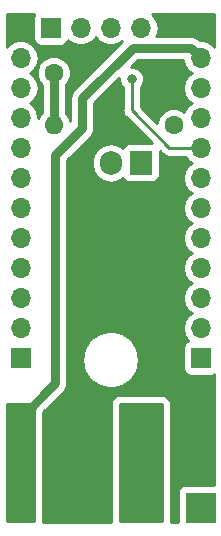
<source format=gbl>
G04 #@! TF.GenerationSoftware,KiCad,Pcbnew,(5.0.0)*
G04 #@! TF.CreationDate,2018-09-15T20:19:59-04:00*
G04 #@! TF.ProjectId,MotorPod Mini,4D6F746F72506F64204D696E692E6B69,rev?*
G04 #@! TF.SameCoordinates,Original*
G04 #@! TF.FileFunction,Copper,L2,Bot,Signal*
G04 #@! TF.FilePolarity,Positive*
%FSLAX46Y46*%
G04 Gerber Fmt 4.6, Leading zero omitted, Abs format (unit mm)*
G04 Created by KiCad (PCBNEW (5.0.0)) date 09/15/18 20:19:59*
%MOMM*%
%LPD*%
G01*
G04 APERTURE LIST*
G04 #@! TA.AperFunction,ComponentPad*
%ADD10R,2.200000X2.200000*%
G04 #@! TD*
G04 #@! TA.AperFunction,ComponentPad*
%ADD11O,2.200000X2.200000*%
G04 #@! TD*
G04 #@! TA.AperFunction,ComponentPad*
%ADD12R,1.700000X1.700000*%
G04 #@! TD*
G04 #@! TA.AperFunction,ComponentPad*
%ADD13O,1.700000X1.700000*%
G04 #@! TD*
G04 #@! TA.AperFunction,ComponentPad*
%ADD14R,2.600000X2.600000*%
G04 #@! TD*
G04 #@! TA.AperFunction,ComponentPad*
%ADD15C,2.600000*%
G04 #@! TD*
G04 #@! TA.AperFunction,ComponentPad*
%ADD16R,1.905000X2.000000*%
G04 #@! TD*
G04 #@! TA.AperFunction,ComponentPad*
%ADD17O,1.905000X2.000000*%
G04 #@! TD*
G04 #@! TA.AperFunction,ComponentPad*
%ADD18O,1.600000X1.600000*%
G04 #@! TD*
G04 #@! TA.AperFunction,ComponentPad*
%ADD19C,1.600000*%
G04 #@! TD*
G04 #@! TA.AperFunction,ViaPad*
%ADD20C,0.800000*%
G04 #@! TD*
G04 #@! TA.AperFunction,Conductor*
%ADD21C,0.762000*%
G04 #@! TD*
G04 #@! TA.AperFunction,Conductor*
%ADD22C,0.254000*%
G04 #@! TD*
G04 APERTURE END LIST*
D10*
G04 #@! TO.P,D1,1*
G04 #@! TO.N,+BATT*
X187960000Y-81280000D03*
D11*
G04 #@! TO.P,D1,2*
G04 #@! TO.N,/MOTOR_P*
X198120000Y-81280000D03*
G04 #@! TD*
D12*
G04 #@! TO.P,J2,1*
G04 #@! TO.N,Net-(J2-Pad1)*
X203200000Y-76200000D03*
D13*
G04 #@! TO.P,J2,2*
G04 #@! TO.N,Net-(J2-Pad2)*
X203200000Y-73660000D03*
G04 #@! TO.P,J2,3*
G04 #@! TO.N,Net-(J2-Pad3)*
X203200000Y-71120000D03*
G04 #@! TO.P,J2,4*
G04 #@! TO.N,Net-(J2-Pad4)*
X203200000Y-68580000D03*
G04 #@! TO.P,J2,5*
G04 #@! TO.N,Net-(J2-Pad5)*
X203200000Y-66040000D03*
G04 #@! TO.P,J2,6*
G04 #@! TO.N,Net-(J2-Pad6)*
X203200000Y-63500000D03*
G04 #@! TO.P,J2,7*
G04 #@! TO.N,/TRIG*
X203200000Y-60960000D03*
G04 #@! TO.P,J2,8*
G04 #@! TO.N,/TX*
X203200000Y-58420000D03*
G04 #@! TO.P,J2,9*
G04 #@! TO.N,/RX*
X203200000Y-55880000D03*
G04 #@! TO.P,J2,10*
G04 #@! TO.N,Net-(J2-Pad10)*
X203200000Y-53340000D03*
G04 #@! TO.P,J2,11*
G04 #@! TO.N,+BATT*
X203200000Y-50800000D03*
G04 #@! TO.P,J2,12*
G04 #@! TO.N,Earth*
X203200000Y-48260000D03*
G04 #@! TD*
G04 #@! TO.P,J3,12*
G04 #@! TO.N,Earth*
X187960000Y-48260000D03*
G04 #@! TO.P,J3,11*
G04 #@! TO.N,+3V3*
X187960000Y-50800000D03*
G04 #@! TO.P,J3,10*
G04 #@! TO.N,Net-(J3-Pad10)*
X187960000Y-53340000D03*
G04 #@! TO.P,J3,9*
G04 #@! TO.N,Net-(J3-Pad9)*
X187960000Y-55880000D03*
G04 #@! TO.P,J3,8*
G04 #@! TO.N,Net-(J3-Pad8)*
X187960000Y-58420000D03*
G04 #@! TO.P,J3,7*
G04 #@! TO.N,Net-(J3-Pad7)*
X187960000Y-60960000D03*
G04 #@! TO.P,J3,6*
G04 #@! TO.N,Net-(J3-Pad6)*
X187960000Y-63500000D03*
G04 #@! TO.P,J3,5*
G04 #@! TO.N,Net-(J3-Pad5)*
X187960000Y-66040000D03*
G04 #@! TO.P,J3,4*
G04 #@! TO.N,Net-(J3-Pad4)*
X187960000Y-68580000D03*
G04 #@! TO.P,J3,3*
G04 #@! TO.N,/MOTOR_PWM*
X187960000Y-71120000D03*
G04 #@! TO.P,J3,2*
G04 #@! TO.N,Net-(J3-Pad2)*
X187960000Y-73660000D03*
D12*
G04 #@! TO.P,J3,1*
G04 #@! TO.N,Net-(J3-Pad1)*
X187960000Y-76200000D03*
G04 #@! TD*
D14*
G04 #@! TO.P,J1,1*
G04 #@! TO.N,/MOTOR_N*
X203200000Y-88900000D03*
D15*
G04 #@! TO.P,J1,2*
G04 #@! TO.N,/MOTOR_P*
X198120000Y-88900000D03*
G04 #@! TO.P,J1,3*
G04 #@! TO.N,Earth*
X193040000Y-88900000D03*
G04 #@! TO.P,J1,4*
G04 #@! TO.N,+BATT*
X187960000Y-88900000D03*
G04 #@! TD*
D16*
G04 #@! TO.P,Q1,1*
G04 #@! TO.N,Net-(Q1-Pad1)*
X198120000Y-59690000D03*
D17*
G04 #@! TO.P,Q1,2*
G04 #@! TO.N,/MOTOR_N*
X195580000Y-59690000D03*
G04 #@! TO.P,Q1,3*
G04 #@! TO.N,Earth*
X193040000Y-59690000D03*
G04 #@! TD*
D18*
G04 #@! TO.P,R1,2*
G04 #@! TO.N,Earth*
X200914000Y-52070000D03*
D19*
G04 #@! TO.P,R1,1*
G04 #@! TO.N,Net-(Q1-Pad1)*
X190754000Y-52070000D03*
G04 #@! TD*
G04 #@! TO.P,R2,1*
G04 #@! TO.N,/MOTOR_PWM*
X200914000Y-56515000D03*
D18*
G04 #@! TO.P,R2,2*
G04 #@! TO.N,Net-(Q1-Pad1)*
X190754000Y-56515000D03*
G04 #@! TD*
D12*
G04 #@! TO.P,J4,1*
G04 #@! TO.N,+3V3*
X190500000Y-48260000D03*
D13*
G04 #@! TO.P,J4,2*
G04 #@! TO.N,/MOTOR_PWM*
X193040000Y-48260000D03*
G04 #@! TO.P,J4,3*
G04 #@! TO.N,/TX*
X195580000Y-48260000D03*
G04 #@! TO.P,J4,4*
G04 #@! TO.N,/RX*
X198120000Y-48260000D03*
G04 #@! TO.P,J4,5*
G04 #@! TO.N,Earth*
X200660000Y-48260000D03*
G04 #@! TD*
D20*
G04 #@! TO.N,Earth*
X194945000Y-54610000D03*
X199390000Y-51435000D03*
X198755000Y-55245000D03*
X192314990Y-50784814D03*
G04 #@! TO.N,/TX*
X197358000Y-52578000D03*
G04 #@! TD*
D21*
G04 #@! TO.N,+BATT*
X190881000Y-78359000D02*
X187960000Y-81280000D01*
X197445999Y-49950001D02*
X193167000Y-54229000D01*
X193167000Y-54229000D02*
X193167000Y-56769000D01*
X193167000Y-56769000D02*
X190881000Y-59055000D01*
X190881000Y-59055000D02*
X190881000Y-78359000D01*
X202350001Y-49950001D02*
X203200000Y-50800000D01*
X197445999Y-49950001D02*
X202350001Y-49950001D01*
D22*
G04 #@! TO.N,Net-(Q1-Pad1)*
X190754000Y-52324000D02*
X190754000Y-55499000D01*
D21*
X190754000Y-56515000D02*
X190754000Y-52070000D01*
D22*
G04 #@! TO.N,/TX*
X203200000Y-58420000D02*
X200533000Y-58420000D01*
X200533000Y-58420000D02*
X197358000Y-55245000D01*
X197358000Y-55245000D02*
X197358000Y-52578000D01*
G04 #@! TD*
G04 #@! TO.N,/MOTOR_P*
G36*
X199898000Y-90043000D02*
X196342000Y-90043000D01*
X196342000Y-80137000D01*
X199898000Y-80137000D01*
X199898000Y-90043000D01*
X199898000Y-90043000D01*
G37*
X199898000Y-90043000D02*
X196342000Y-90043000D01*
X196342000Y-80137000D01*
X199898000Y-80137000D01*
X199898000Y-90043000D01*
G04 #@! TO.N,+BATT*
G36*
X189103000Y-90043000D02*
X186790000Y-90043000D01*
X186790000Y-80137000D01*
X189103000Y-80137000D01*
X189103000Y-90043000D01*
X189103000Y-90043000D01*
G37*
X189103000Y-90043000D02*
X186790000Y-90043000D01*
X186790000Y-80137000D01*
X189103000Y-80137000D01*
X189103000Y-90043000D01*
G04 #@! TO.N,Earth*
G36*
X196323000Y-52783874D02*
X196480569Y-53164280D01*
X196596001Y-53279712D01*
X196596000Y-55169957D01*
X196581073Y-55245000D01*
X196596000Y-55320043D01*
X196596000Y-55320047D01*
X196640212Y-55542316D01*
X196808629Y-55794371D01*
X196872253Y-55836883D01*
X199079277Y-58043908D01*
X199072500Y-58042560D01*
X197167500Y-58042560D01*
X196919735Y-58091843D01*
X196709691Y-58232191D01*
X196591491Y-58409088D01*
X196199411Y-58147109D01*
X195580000Y-58023900D01*
X194960590Y-58147109D01*
X194435477Y-58497977D01*
X194084609Y-59023089D01*
X193992500Y-59486150D01*
X193992500Y-59893849D01*
X194084609Y-60356910D01*
X194435477Y-60882023D01*
X194960589Y-61232891D01*
X195580000Y-61356100D01*
X196199410Y-61232891D01*
X196591491Y-60970912D01*
X196709691Y-61147809D01*
X196919735Y-61288157D01*
X197167500Y-61337440D01*
X199072500Y-61337440D01*
X199320265Y-61288157D01*
X199530309Y-61147809D01*
X199670657Y-60937765D01*
X199719940Y-60690000D01*
X199719940Y-58690000D01*
X199718592Y-58683223D01*
X199941118Y-58905749D01*
X199983629Y-58969371D01*
X200235683Y-59137788D01*
X200457952Y-59182000D01*
X200457956Y-59182000D01*
X200532999Y-59196927D01*
X200608042Y-59182000D01*
X201923158Y-59182000D01*
X202129375Y-59490625D01*
X202427761Y-59690000D01*
X202129375Y-59889375D01*
X201801161Y-60380582D01*
X201685908Y-60960000D01*
X201801161Y-61539418D01*
X202129375Y-62030625D01*
X202427761Y-62230000D01*
X202129375Y-62429375D01*
X201801161Y-62920582D01*
X201685908Y-63500000D01*
X201801161Y-64079418D01*
X202129375Y-64570625D01*
X202427761Y-64770000D01*
X202129375Y-64969375D01*
X201801161Y-65460582D01*
X201685908Y-66040000D01*
X201801161Y-66619418D01*
X202129375Y-67110625D01*
X202427761Y-67310000D01*
X202129375Y-67509375D01*
X201801161Y-68000582D01*
X201685908Y-68580000D01*
X201801161Y-69159418D01*
X202129375Y-69650625D01*
X202427761Y-69850000D01*
X202129375Y-70049375D01*
X201801161Y-70540582D01*
X201685908Y-71120000D01*
X201801161Y-71699418D01*
X202129375Y-72190625D01*
X202427761Y-72390000D01*
X202129375Y-72589375D01*
X201801161Y-73080582D01*
X201685908Y-73660000D01*
X201801161Y-74239418D01*
X202129375Y-74730625D01*
X202147619Y-74742816D01*
X202102235Y-74751843D01*
X201892191Y-74892191D01*
X201751843Y-75102235D01*
X201702560Y-75350000D01*
X201702560Y-77050000D01*
X201751843Y-77297765D01*
X201892191Y-77507809D01*
X202102235Y-77648157D01*
X202350000Y-77697440D01*
X204050000Y-77697440D01*
X204297765Y-77648157D01*
X204370001Y-77599890D01*
X204370001Y-86952560D01*
X201900000Y-86952560D01*
X201652235Y-87001843D01*
X201442191Y-87142191D01*
X201301843Y-87352235D01*
X201252560Y-87600000D01*
X201252560Y-90070000D01*
X200660000Y-90070000D01*
X200660000Y-80010000D01*
X200611664Y-79766996D01*
X200474013Y-79560987D01*
X200268004Y-79423336D01*
X200025000Y-79375000D01*
X196215000Y-79375000D01*
X195971996Y-79423336D01*
X195765987Y-79560987D01*
X195628336Y-79766996D01*
X195580000Y-80010000D01*
X195580000Y-90070000D01*
X189865000Y-90070000D01*
X189865000Y-89357322D01*
X189895000Y-89284895D01*
X189895000Y-88515105D01*
X189865000Y-88442678D01*
X189865000Y-80811840D01*
X191528663Y-79148178D01*
X191613495Y-79091495D01*
X191838051Y-78755423D01*
X191897000Y-78459065D01*
X191897000Y-78459064D01*
X191916904Y-78359000D01*
X191897000Y-78258937D01*
X191897000Y-76350000D01*
X193148276Y-76350000D01*
X193333380Y-77280580D01*
X193860511Y-78069489D01*
X194649420Y-78596620D01*
X195345103Y-78735000D01*
X195814897Y-78735000D01*
X196510580Y-78596620D01*
X197299489Y-78069489D01*
X197826620Y-77280580D01*
X198011724Y-76350000D01*
X197826620Y-75419420D01*
X197299489Y-74630511D01*
X196510580Y-74103380D01*
X195814897Y-73965000D01*
X195345103Y-73965000D01*
X194649420Y-74103380D01*
X193860511Y-74630511D01*
X193333380Y-75419420D01*
X193148276Y-76350000D01*
X191897000Y-76350000D01*
X191897000Y-59475840D01*
X193814660Y-57558180D01*
X193899495Y-57501495D01*
X194124051Y-57165423D01*
X194183000Y-56869065D01*
X194202904Y-56769001D01*
X194183000Y-56668937D01*
X194183000Y-54649840D01*
X196323000Y-52509841D01*
X196323000Y-52783874D01*
X196323000Y-52783874D01*
G37*
X196323000Y-52783874D02*
X196480569Y-53164280D01*
X196596001Y-53279712D01*
X196596000Y-55169957D01*
X196581073Y-55245000D01*
X196596000Y-55320043D01*
X196596000Y-55320047D01*
X196640212Y-55542316D01*
X196808629Y-55794371D01*
X196872253Y-55836883D01*
X199079277Y-58043908D01*
X199072500Y-58042560D01*
X197167500Y-58042560D01*
X196919735Y-58091843D01*
X196709691Y-58232191D01*
X196591491Y-58409088D01*
X196199411Y-58147109D01*
X195580000Y-58023900D01*
X194960590Y-58147109D01*
X194435477Y-58497977D01*
X194084609Y-59023089D01*
X193992500Y-59486150D01*
X193992500Y-59893849D01*
X194084609Y-60356910D01*
X194435477Y-60882023D01*
X194960589Y-61232891D01*
X195580000Y-61356100D01*
X196199410Y-61232891D01*
X196591491Y-60970912D01*
X196709691Y-61147809D01*
X196919735Y-61288157D01*
X197167500Y-61337440D01*
X199072500Y-61337440D01*
X199320265Y-61288157D01*
X199530309Y-61147809D01*
X199670657Y-60937765D01*
X199719940Y-60690000D01*
X199719940Y-58690000D01*
X199718592Y-58683223D01*
X199941118Y-58905749D01*
X199983629Y-58969371D01*
X200235683Y-59137788D01*
X200457952Y-59182000D01*
X200457956Y-59182000D01*
X200532999Y-59196927D01*
X200608042Y-59182000D01*
X201923158Y-59182000D01*
X202129375Y-59490625D01*
X202427761Y-59690000D01*
X202129375Y-59889375D01*
X201801161Y-60380582D01*
X201685908Y-60960000D01*
X201801161Y-61539418D01*
X202129375Y-62030625D01*
X202427761Y-62230000D01*
X202129375Y-62429375D01*
X201801161Y-62920582D01*
X201685908Y-63500000D01*
X201801161Y-64079418D01*
X202129375Y-64570625D01*
X202427761Y-64770000D01*
X202129375Y-64969375D01*
X201801161Y-65460582D01*
X201685908Y-66040000D01*
X201801161Y-66619418D01*
X202129375Y-67110625D01*
X202427761Y-67310000D01*
X202129375Y-67509375D01*
X201801161Y-68000582D01*
X201685908Y-68580000D01*
X201801161Y-69159418D01*
X202129375Y-69650625D01*
X202427761Y-69850000D01*
X202129375Y-70049375D01*
X201801161Y-70540582D01*
X201685908Y-71120000D01*
X201801161Y-71699418D01*
X202129375Y-72190625D01*
X202427761Y-72390000D01*
X202129375Y-72589375D01*
X201801161Y-73080582D01*
X201685908Y-73660000D01*
X201801161Y-74239418D01*
X202129375Y-74730625D01*
X202147619Y-74742816D01*
X202102235Y-74751843D01*
X201892191Y-74892191D01*
X201751843Y-75102235D01*
X201702560Y-75350000D01*
X201702560Y-77050000D01*
X201751843Y-77297765D01*
X201892191Y-77507809D01*
X202102235Y-77648157D01*
X202350000Y-77697440D01*
X204050000Y-77697440D01*
X204297765Y-77648157D01*
X204370001Y-77599890D01*
X204370001Y-86952560D01*
X201900000Y-86952560D01*
X201652235Y-87001843D01*
X201442191Y-87142191D01*
X201301843Y-87352235D01*
X201252560Y-87600000D01*
X201252560Y-90070000D01*
X200660000Y-90070000D01*
X200660000Y-80010000D01*
X200611664Y-79766996D01*
X200474013Y-79560987D01*
X200268004Y-79423336D01*
X200025000Y-79375000D01*
X196215000Y-79375000D01*
X195971996Y-79423336D01*
X195765987Y-79560987D01*
X195628336Y-79766996D01*
X195580000Y-80010000D01*
X195580000Y-90070000D01*
X189865000Y-90070000D01*
X189865000Y-89357322D01*
X189895000Y-89284895D01*
X189895000Y-88515105D01*
X189865000Y-88442678D01*
X189865000Y-80811840D01*
X191528663Y-79148178D01*
X191613495Y-79091495D01*
X191838051Y-78755423D01*
X191897000Y-78459065D01*
X191897000Y-78459064D01*
X191916904Y-78359000D01*
X191897000Y-78258937D01*
X191897000Y-76350000D01*
X193148276Y-76350000D01*
X193333380Y-77280580D01*
X193860511Y-78069489D01*
X194649420Y-78596620D01*
X195345103Y-78735000D01*
X195814897Y-78735000D01*
X196510580Y-78596620D01*
X197299489Y-78069489D01*
X197826620Y-77280580D01*
X198011724Y-76350000D01*
X197826620Y-75419420D01*
X197299489Y-74630511D01*
X196510580Y-74103380D01*
X195814897Y-73965000D01*
X195345103Y-73965000D01*
X194649420Y-74103380D01*
X193860511Y-74630511D01*
X193333380Y-75419420D01*
X193148276Y-76350000D01*
X191897000Y-76350000D01*
X191897000Y-59475840D01*
X193814660Y-57558180D01*
X193899495Y-57501495D01*
X194124051Y-57165423D01*
X194183000Y-56869065D01*
X194202904Y-56769001D01*
X194183000Y-56668937D01*
X194183000Y-54649840D01*
X196323000Y-52509841D01*
X196323000Y-52783874D01*
G36*
X201801161Y-51379418D02*
X202129375Y-51870625D01*
X202427761Y-52070000D01*
X202129375Y-52269375D01*
X201801161Y-52760582D01*
X201685908Y-53340000D01*
X201801161Y-53919418D01*
X202129375Y-54410625D01*
X202427761Y-54610000D01*
X202129375Y-54809375D01*
X201801161Y-55300582D01*
X201789185Y-55360789D01*
X201726862Y-55298466D01*
X201199439Y-55080000D01*
X200628561Y-55080000D01*
X200101138Y-55298466D01*
X199697466Y-55702138D01*
X199479000Y-56229561D01*
X199479000Y-56288370D01*
X198120000Y-54929370D01*
X198120000Y-53279711D01*
X198235431Y-53164280D01*
X198393000Y-52783874D01*
X198393000Y-52372126D01*
X198235431Y-51991720D01*
X197944280Y-51700569D01*
X197563874Y-51543000D01*
X197289841Y-51543000D01*
X197866840Y-50966001D01*
X201718928Y-50966001D01*
X201801161Y-51379418D01*
X201801161Y-51379418D01*
G37*
X201801161Y-51379418D02*
X202129375Y-51870625D01*
X202427761Y-52070000D01*
X202129375Y-52269375D01*
X201801161Y-52760582D01*
X201685908Y-53340000D01*
X201801161Y-53919418D01*
X202129375Y-54410625D01*
X202427761Y-54610000D01*
X202129375Y-54809375D01*
X201801161Y-55300582D01*
X201789185Y-55360789D01*
X201726862Y-55298466D01*
X201199439Y-55080000D01*
X200628561Y-55080000D01*
X200101138Y-55298466D01*
X199697466Y-55702138D01*
X199479000Y-56229561D01*
X199479000Y-56288370D01*
X198120000Y-54929370D01*
X198120000Y-53279711D01*
X198235431Y-53164280D01*
X198393000Y-52783874D01*
X198393000Y-52372126D01*
X198235431Y-51991720D01*
X197944280Y-51700569D01*
X197563874Y-51543000D01*
X197289841Y-51543000D01*
X197866840Y-50966001D01*
X201718928Y-50966001D01*
X201801161Y-51379418D01*
G36*
X189051843Y-47162235D02*
X189002560Y-47410000D01*
X189002560Y-49110000D01*
X189051843Y-49357765D01*
X189192191Y-49567809D01*
X189402235Y-49708157D01*
X189650000Y-49757440D01*
X191350000Y-49757440D01*
X191597765Y-49708157D01*
X191807809Y-49567809D01*
X191948157Y-49357765D01*
X191957184Y-49312381D01*
X191969375Y-49330625D01*
X192460582Y-49658839D01*
X192893744Y-49745000D01*
X193186256Y-49745000D01*
X193619418Y-49658839D01*
X194110625Y-49330625D01*
X194310000Y-49032239D01*
X194509375Y-49330625D01*
X195000582Y-49658839D01*
X195433744Y-49745000D01*
X195726256Y-49745000D01*
X196159418Y-49658839D01*
X196584050Y-49375109D01*
X192519340Y-53439820D01*
X192434505Y-53496505D01*
X192209949Y-53832578D01*
X192192676Y-53919418D01*
X192131096Y-54229000D01*
X192151000Y-54329064D01*
X192151001Y-56182632D01*
X192105740Y-55955091D01*
X191788577Y-55480423D01*
X191770000Y-55468010D01*
X191770000Y-53083396D01*
X191970534Y-52882862D01*
X192189000Y-52355439D01*
X192189000Y-51784561D01*
X191970534Y-51257138D01*
X191566862Y-50853466D01*
X191039439Y-50635000D01*
X190468561Y-50635000D01*
X189941138Y-50853466D01*
X189537466Y-51257138D01*
X189319000Y-51784561D01*
X189319000Y-52355439D01*
X189537466Y-52882862D01*
X189738001Y-53083397D01*
X189738000Y-55468010D01*
X189719423Y-55480423D01*
X189469124Y-55855022D01*
X189358839Y-55300582D01*
X189030625Y-54809375D01*
X188732239Y-54610000D01*
X189030625Y-54410625D01*
X189358839Y-53919418D01*
X189474092Y-53340000D01*
X189358839Y-52760582D01*
X189030625Y-52269375D01*
X188732239Y-52070000D01*
X189030625Y-51870625D01*
X189358839Y-51379418D01*
X189474092Y-50800000D01*
X189358839Y-50220582D01*
X189030625Y-49729375D01*
X188539418Y-49401161D01*
X188106256Y-49315000D01*
X187813744Y-49315000D01*
X187380582Y-49401161D01*
X186889375Y-49729375D01*
X186790000Y-49878100D01*
X186790000Y-47090000D01*
X189100109Y-47090000D01*
X189051843Y-47162235D01*
X189051843Y-47162235D01*
G37*
X189051843Y-47162235D02*
X189002560Y-47410000D01*
X189002560Y-49110000D01*
X189051843Y-49357765D01*
X189192191Y-49567809D01*
X189402235Y-49708157D01*
X189650000Y-49757440D01*
X191350000Y-49757440D01*
X191597765Y-49708157D01*
X191807809Y-49567809D01*
X191948157Y-49357765D01*
X191957184Y-49312381D01*
X191969375Y-49330625D01*
X192460582Y-49658839D01*
X192893744Y-49745000D01*
X193186256Y-49745000D01*
X193619418Y-49658839D01*
X194110625Y-49330625D01*
X194310000Y-49032239D01*
X194509375Y-49330625D01*
X195000582Y-49658839D01*
X195433744Y-49745000D01*
X195726256Y-49745000D01*
X196159418Y-49658839D01*
X196584050Y-49375109D01*
X192519340Y-53439820D01*
X192434505Y-53496505D01*
X192209949Y-53832578D01*
X192192676Y-53919418D01*
X192131096Y-54229000D01*
X192151000Y-54329064D01*
X192151001Y-56182632D01*
X192105740Y-55955091D01*
X191788577Y-55480423D01*
X191770000Y-55468010D01*
X191770000Y-53083396D01*
X191970534Y-52882862D01*
X192189000Y-52355439D01*
X192189000Y-51784561D01*
X191970534Y-51257138D01*
X191566862Y-50853466D01*
X191039439Y-50635000D01*
X190468561Y-50635000D01*
X189941138Y-50853466D01*
X189537466Y-51257138D01*
X189319000Y-51784561D01*
X189319000Y-52355439D01*
X189537466Y-52882862D01*
X189738001Y-53083397D01*
X189738000Y-55468010D01*
X189719423Y-55480423D01*
X189469124Y-55855022D01*
X189358839Y-55300582D01*
X189030625Y-54809375D01*
X188732239Y-54610000D01*
X189030625Y-54410625D01*
X189358839Y-53919418D01*
X189474092Y-53340000D01*
X189358839Y-52760582D01*
X189030625Y-52269375D01*
X188732239Y-52070000D01*
X189030625Y-51870625D01*
X189358839Y-51379418D01*
X189474092Y-50800000D01*
X189358839Y-50220582D01*
X189030625Y-49729375D01*
X188539418Y-49401161D01*
X188106256Y-49315000D01*
X187813744Y-49315000D01*
X187380582Y-49401161D01*
X186889375Y-49729375D01*
X186790000Y-49878100D01*
X186790000Y-47090000D01*
X189100109Y-47090000D01*
X189051843Y-47162235D01*
G36*
X204370000Y-49878100D02*
X204270625Y-49729375D01*
X203779418Y-49401161D01*
X203346256Y-49315000D01*
X203151840Y-49315000D01*
X203139180Y-49302340D01*
X203082496Y-49217506D01*
X202746424Y-48992950D01*
X202450066Y-48934001D01*
X202450064Y-48934001D01*
X202350001Y-48914097D01*
X202249938Y-48934001D01*
X199455641Y-48934001D01*
X199518839Y-48839418D01*
X199634092Y-48260000D01*
X199518839Y-47680582D01*
X199190625Y-47189375D01*
X199041900Y-47090000D01*
X204370000Y-47090000D01*
X204370000Y-49878100D01*
X204370000Y-49878100D01*
G37*
X204370000Y-49878100D02*
X204270625Y-49729375D01*
X203779418Y-49401161D01*
X203346256Y-49315000D01*
X203151840Y-49315000D01*
X203139180Y-49302340D01*
X203082496Y-49217506D01*
X202746424Y-48992950D01*
X202450066Y-48934001D01*
X202450064Y-48934001D01*
X202350001Y-48914097D01*
X202249938Y-48934001D01*
X199455641Y-48934001D01*
X199518839Y-48839418D01*
X199634092Y-48260000D01*
X199518839Y-47680582D01*
X199190625Y-47189375D01*
X199041900Y-47090000D01*
X204370000Y-47090000D01*
X204370000Y-49878100D01*
G04 #@! TD*
M02*

</source>
